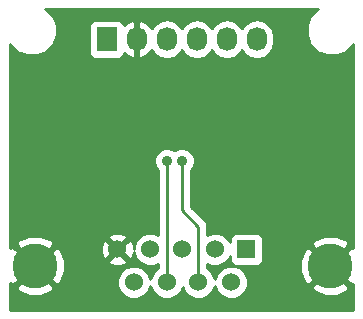
<source format=gbr>
G04 #@! TF.FileFunction,Copper,L2,Bot,Signal*
%FSLAX46Y46*%
G04 Gerber Fmt 4.6, Leading zero omitted, Abs format (unit mm)*
G04 Created by KiCad (PCBNEW (2014-11-24 BZR 5301)-product) date Sat Mar 28 18:02:59 2015*
%MOMM*%
G01*
G04 APERTURE LIST*
%ADD10C,0.100000*%
%ADD11C,0.889000*%
%ADD12R,1.727200X2.032000*%
%ADD13O,1.727200X2.032000*%
%ADD14C,3.810000*%
%ADD15R,1.524000X1.524000*%
%ADD16C,1.524000*%
%ADD17C,0.254000*%
G04 APERTURE END LIST*
D10*
D11*
X140462000Y-86614000D03*
X146050000Y-100330000D03*
X128270000Y-105410000D03*
X147320000Y-105410000D03*
X144145000Y-105410000D03*
X146050000Y-103505000D03*
X151130000Y-92710000D03*
X146050000Y-95250000D03*
X149860000Y-93980000D03*
X146050000Y-97790000D03*
X144780000Y-96520000D03*
X148590000Y-92710000D03*
X149860000Y-91440000D03*
X148590000Y-88900000D03*
X149860000Y-87630000D03*
X147320000Y-87630000D03*
X148590000Y-86360000D03*
X130175000Y-104140000D03*
X127000000Y-99060000D03*
X127000000Y-93980000D03*
X128270000Y-92710000D03*
X127000000Y-91440000D03*
X125730000Y-92710000D03*
X127000000Y-87630000D03*
X125730000Y-88900000D03*
X125730000Y-86360000D03*
X124460000Y-87630000D03*
X134874000Y-99060000D03*
X127000000Y-96520000D03*
X134620000Y-91948000D03*
X141478000Y-91694000D03*
X139192000Y-91440000D03*
X147320000Y-96520000D03*
X125730000Y-97790000D03*
X128270000Y-97790000D03*
X132080000Y-105410000D03*
D12*
X131572000Y-83312000D03*
D13*
X134112000Y-83312000D03*
X136652000Y-83312000D03*
X139192000Y-83312000D03*
X141732000Y-83312000D03*
X144272000Y-83312000D03*
D14*
X125476000Y-102489000D03*
X150495000Y-102489000D03*
D15*
X143383000Y-101092000D03*
D16*
X140716000Y-101092000D03*
X137922000Y-101092000D03*
X135255000Y-101092000D03*
X132461000Y-101092000D03*
X142113000Y-103886000D03*
X139319000Y-103886000D03*
X136652000Y-103886000D03*
X133858000Y-103886000D03*
D11*
X134747000Y-87757000D03*
X143256000Y-91186000D03*
X132588000Y-91186000D03*
X133223000Y-87757000D03*
X137922000Y-93599000D03*
X136652000Y-93599000D03*
D17*
X139319000Y-99187000D02*
X139319000Y-103886000D01*
X137922000Y-97790000D02*
X139319000Y-99187000D01*
X137922000Y-93599000D02*
X137922000Y-97790000D01*
X136652000Y-103886000D02*
X136652000Y-93599000D01*
G36*
X152452000Y-106224000D02*
X152121835Y-106224000D01*
X152121835Y-104295440D01*
X150495000Y-102668605D01*
X150315395Y-102848210D01*
X150315395Y-102489000D01*
X148688560Y-100862165D01*
X148327711Y-101071353D01*
X147950176Y-102008650D01*
X147960067Y-103019077D01*
X148327711Y-103906647D01*
X148688560Y-104115835D01*
X150315395Y-102489000D01*
X150315395Y-102848210D01*
X148868165Y-104295440D01*
X149077353Y-104656289D01*
X150014650Y-105033824D01*
X151025077Y-105023933D01*
X151912647Y-104656289D01*
X152121835Y-104295440D01*
X152121835Y-106224000D01*
X145770600Y-106224000D01*
X145770600Y-83496745D01*
X145770600Y-83127255D01*
X145656526Y-82553766D01*
X145331670Y-82067585D01*
X144845489Y-81742729D01*
X144272000Y-81628655D01*
X143698511Y-81742729D01*
X143212330Y-82067585D01*
X143002000Y-82382365D01*
X142791670Y-82067585D01*
X142305489Y-81742729D01*
X141732000Y-81628655D01*
X141158511Y-81742729D01*
X140672330Y-82067585D01*
X140462000Y-82382365D01*
X140251670Y-82067585D01*
X139765489Y-81742729D01*
X139192000Y-81628655D01*
X138618511Y-81742729D01*
X138132330Y-82067585D01*
X137922000Y-82382365D01*
X137711670Y-82067585D01*
X137225489Y-81742729D01*
X136652000Y-81628655D01*
X136078511Y-81742729D01*
X135592330Y-82067585D01*
X135385539Y-82377069D01*
X135014036Y-81961268D01*
X134486791Y-81707291D01*
X134471026Y-81704642D01*
X134239000Y-81825783D01*
X134239000Y-83185000D01*
X134259000Y-83185000D01*
X134259000Y-83439000D01*
X134239000Y-83439000D01*
X134239000Y-84798217D01*
X134471026Y-84919358D01*
X134486791Y-84916709D01*
X135014036Y-84662732D01*
X135385539Y-84246930D01*
X135592330Y-84556415D01*
X136078511Y-84881271D01*
X136652000Y-84995345D01*
X137225489Y-84881271D01*
X137711670Y-84556415D01*
X137922000Y-84241634D01*
X138132330Y-84556415D01*
X138618511Y-84881271D01*
X139192000Y-84995345D01*
X139765489Y-84881271D01*
X140251670Y-84556415D01*
X140462000Y-84241634D01*
X140672330Y-84556415D01*
X141158511Y-84881271D01*
X141732000Y-84995345D01*
X142305489Y-84881271D01*
X142791670Y-84556415D01*
X143002000Y-84241634D01*
X143212330Y-84556415D01*
X143698511Y-84881271D01*
X144272000Y-84995345D01*
X144845489Y-84881271D01*
X145331670Y-84556415D01*
X145656526Y-84070234D01*
X145770600Y-83496745D01*
X145770600Y-106224000D01*
X144780000Y-106224000D01*
X144780000Y-101980310D01*
X144780000Y-101727691D01*
X144780000Y-100203691D01*
X144683327Y-99970302D01*
X144504699Y-99791673D01*
X144271310Y-99695000D01*
X144018691Y-99695000D01*
X142494691Y-99695000D01*
X142261302Y-99791673D01*
X142082673Y-99970301D01*
X141986000Y-100203690D01*
X141986000Y-100456309D01*
X141986000Y-100507389D01*
X141901010Y-100301697D01*
X141508370Y-99908371D01*
X140995100Y-99695243D01*
X140439339Y-99694758D01*
X140081000Y-99842820D01*
X140081000Y-99187000D01*
X140022996Y-98895395D01*
X139857815Y-98648185D01*
X139857815Y-98648184D01*
X138684000Y-97474369D01*
X138684000Y-94363641D01*
X138836622Y-94211286D01*
X139001313Y-93814668D01*
X139001687Y-93385216D01*
X138837689Y-92988311D01*
X138534286Y-92684378D01*
X138137668Y-92519687D01*
X137708216Y-92519313D01*
X137311311Y-92683311D01*
X137287223Y-92707356D01*
X137264286Y-92684378D01*
X136867668Y-92519687D01*
X136438216Y-92519313D01*
X136041311Y-92683311D01*
X135737378Y-92986714D01*
X135572687Y-93383332D01*
X135572313Y-93812784D01*
X135736311Y-94209689D01*
X135890000Y-94363646D01*
X135890000Y-99843025D01*
X135534100Y-99695243D01*
X134978339Y-99694758D01*
X134464697Y-99906990D01*
X134071371Y-100299630D01*
X133985000Y-100507634D01*
X133985000Y-84798217D01*
X133985000Y-83439000D01*
X133965000Y-83439000D01*
X133965000Y-83185000D01*
X133985000Y-83185000D01*
X133985000Y-81825783D01*
X133752974Y-81704642D01*
X133737209Y-81707291D01*
X133209964Y-81961268D01*
X133055758Y-82133860D01*
X132973927Y-81936302D01*
X132795299Y-81757673D01*
X132561910Y-81661000D01*
X132309291Y-81661000D01*
X130582091Y-81661000D01*
X130348702Y-81757673D01*
X130170073Y-81936301D01*
X130073400Y-82169690D01*
X130073400Y-82422309D01*
X130073400Y-84454309D01*
X130170073Y-84687698D01*
X130348701Y-84866327D01*
X130582090Y-84963000D01*
X130834709Y-84963000D01*
X132561909Y-84963000D01*
X132795298Y-84866327D01*
X132973927Y-84687699D01*
X133055758Y-84490139D01*
X133209964Y-84662732D01*
X133737209Y-84916709D01*
X133752974Y-84919358D01*
X133985000Y-84798217D01*
X133985000Y-100507634D01*
X133858243Y-100812900D01*
X133858029Y-101057656D01*
X133842362Y-100744632D01*
X133683397Y-100360857D01*
X133441213Y-100291392D01*
X133261608Y-100470997D01*
X133261608Y-100111787D01*
X133192143Y-99869603D01*
X132668698Y-99682856D01*
X132113632Y-99710638D01*
X131729857Y-99869603D01*
X131660392Y-100111787D01*
X132461000Y-100912395D01*
X133261608Y-100111787D01*
X133261608Y-100470997D01*
X132640605Y-101092000D01*
X133441213Y-101892608D01*
X133683397Y-101823143D01*
X133857787Y-101334331D01*
X133857758Y-101368661D01*
X134069990Y-101882303D01*
X134462630Y-102275629D01*
X134975900Y-102488757D01*
X135531661Y-102489242D01*
X135890000Y-102341179D01*
X135890000Y-102689295D01*
X135861697Y-102700990D01*
X135468371Y-103093630D01*
X135255243Y-103606900D01*
X135255240Y-103609336D01*
X135043010Y-103095697D01*
X134650370Y-102702371D01*
X134137100Y-102489243D01*
X133581339Y-102488758D01*
X133261608Y-102620867D01*
X133261608Y-102072213D01*
X132461000Y-101271605D01*
X132281395Y-101451210D01*
X132281395Y-101092000D01*
X131480787Y-100291392D01*
X131238603Y-100360857D01*
X131051856Y-100884302D01*
X131079638Y-101439368D01*
X131238603Y-101823143D01*
X131480787Y-101892608D01*
X132281395Y-101092000D01*
X132281395Y-101451210D01*
X131660392Y-102072213D01*
X131729857Y-102314397D01*
X132253302Y-102501144D01*
X132808368Y-102473362D01*
X133192143Y-102314397D01*
X133261608Y-102072213D01*
X133261608Y-102620867D01*
X133067697Y-102700990D01*
X132674371Y-103093630D01*
X132461243Y-103606900D01*
X132460758Y-104162661D01*
X132672990Y-104676303D01*
X133065630Y-105069629D01*
X133578900Y-105282757D01*
X134134661Y-105283242D01*
X134648303Y-105071010D01*
X135041629Y-104678370D01*
X135254757Y-104165100D01*
X135254759Y-104162663D01*
X135466990Y-104676303D01*
X135859630Y-105069629D01*
X136372900Y-105282757D01*
X136928661Y-105283242D01*
X137442303Y-105071010D01*
X137835629Y-104678370D01*
X137985605Y-104317185D01*
X138133990Y-104676303D01*
X138526630Y-105069629D01*
X139039900Y-105282757D01*
X139595661Y-105283242D01*
X140109303Y-105071010D01*
X140502629Y-104678370D01*
X140715757Y-104165100D01*
X140715759Y-104162663D01*
X140927990Y-104676303D01*
X141320630Y-105069629D01*
X141833900Y-105282757D01*
X142389661Y-105283242D01*
X142903303Y-105071010D01*
X143296629Y-104678370D01*
X143509757Y-104165100D01*
X143510242Y-103609339D01*
X143298010Y-103095697D01*
X142905370Y-102702371D01*
X142392100Y-102489243D01*
X141836339Y-102488758D01*
X141322697Y-102700990D01*
X140929371Y-103093630D01*
X140716243Y-103606900D01*
X140716240Y-103609336D01*
X140504010Y-103095697D01*
X140111370Y-102702371D01*
X140081000Y-102689760D01*
X140081000Y-102340974D01*
X140436900Y-102488757D01*
X140992661Y-102489242D01*
X141506303Y-102277010D01*
X141899629Y-101884370D01*
X141986000Y-101676365D01*
X141986000Y-101980309D01*
X142082673Y-102213698D01*
X142261301Y-102392327D01*
X142494690Y-102489000D01*
X142747309Y-102489000D01*
X144271309Y-102489000D01*
X144504698Y-102392327D01*
X144683327Y-102213699D01*
X144780000Y-101980310D01*
X144780000Y-106224000D01*
X128020824Y-106224000D01*
X128020824Y-102969350D01*
X128010933Y-101958923D01*
X127643289Y-101071353D01*
X127282440Y-100862165D01*
X127102835Y-101041770D01*
X127102835Y-100682560D01*
X126893647Y-100321711D01*
X125956350Y-99944176D01*
X124945923Y-99954067D01*
X124058353Y-100321711D01*
X123849165Y-100682560D01*
X125476000Y-102309395D01*
X127102835Y-100682560D01*
X127102835Y-101041770D01*
X125655605Y-102489000D01*
X127282440Y-104115835D01*
X127643289Y-103906647D01*
X128020824Y-102969350D01*
X128020824Y-106224000D01*
X127102835Y-106224000D01*
X127102835Y-104295440D01*
X125476000Y-102668605D01*
X123849165Y-104295440D01*
X124058353Y-104656289D01*
X124995650Y-105033824D01*
X126006077Y-105023933D01*
X126893647Y-104656289D01*
X127102835Y-104295440D01*
X127102835Y-106224000D01*
X123392000Y-106224000D01*
X123392000Y-103954930D01*
X123669560Y-104115835D01*
X125296395Y-102489000D01*
X123669560Y-100862165D01*
X123392000Y-101023069D01*
X123392000Y-83711525D01*
X123411090Y-83757727D01*
X124011114Y-84358800D01*
X124795485Y-84684499D01*
X125644789Y-84685240D01*
X126429727Y-84360910D01*
X127030800Y-83760886D01*
X127356499Y-82976515D01*
X127357240Y-82127211D01*
X127032910Y-81342273D01*
X126432886Y-80741200D01*
X126381830Y-80720000D01*
X149460474Y-80720000D01*
X149414273Y-80739090D01*
X148813200Y-81339114D01*
X148487501Y-82123485D01*
X148486760Y-82972789D01*
X148811090Y-83757727D01*
X149411114Y-84358800D01*
X150195485Y-84684499D01*
X151044789Y-84685240D01*
X151829727Y-84360910D01*
X152430800Y-83760886D01*
X152452000Y-83709830D01*
X152452000Y-100949446D01*
X152301440Y-100862165D01*
X152121835Y-101041770D01*
X152121835Y-100682560D01*
X151912647Y-100321711D01*
X150975350Y-99944176D01*
X149964923Y-99954067D01*
X149077353Y-100321711D01*
X148868165Y-100682560D01*
X150495000Y-102309395D01*
X152121835Y-100682560D01*
X152121835Y-101041770D01*
X150674605Y-102489000D01*
X152301440Y-104115835D01*
X152452000Y-104028553D01*
X152452000Y-106224000D01*
X152452000Y-106224000D01*
G37*
X152452000Y-106224000D02*
X152121835Y-106224000D01*
X152121835Y-104295440D01*
X150495000Y-102668605D01*
X150315395Y-102848210D01*
X150315395Y-102489000D01*
X148688560Y-100862165D01*
X148327711Y-101071353D01*
X147950176Y-102008650D01*
X147960067Y-103019077D01*
X148327711Y-103906647D01*
X148688560Y-104115835D01*
X150315395Y-102489000D01*
X150315395Y-102848210D01*
X148868165Y-104295440D01*
X149077353Y-104656289D01*
X150014650Y-105033824D01*
X151025077Y-105023933D01*
X151912647Y-104656289D01*
X152121835Y-104295440D01*
X152121835Y-106224000D01*
X145770600Y-106224000D01*
X145770600Y-83496745D01*
X145770600Y-83127255D01*
X145656526Y-82553766D01*
X145331670Y-82067585D01*
X144845489Y-81742729D01*
X144272000Y-81628655D01*
X143698511Y-81742729D01*
X143212330Y-82067585D01*
X143002000Y-82382365D01*
X142791670Y-82067585D01*
X142305489Y-81742729D01*
X141732000Y-81628655D01*
X141158511Y-81742729D01*
X140672330Y-82067585D01*
X140462000Y-82382365D01*
X140251670Y-82067585D01*
X139765489Y-81742729D01*
X139192000Y-81628655D01*
X138618511Y-81742729D01*
X138132330Y-82067585D01*
X137922000Y-82382365D01*
X137711670Y-82067585D01*
X137225489Y-81742729D01*
X136652000Y-81628655D01*
X136078511Y-81742729D01*
X135592330Y-82067585D01*
X135385539Y-82377069D01*
X135014036Y-81961268D01*
X134486791Y-81707291D01*
X134471026Y-81704642D01*
X134239000Y-81825783D01*
X134239000Y-83185000D01*
X134259000Y-83185000D01*
X134259000Y-83439000D01*
X134239000Y-83439000D01*
X134239000Y-84798217D01*
X134471026Y-84919358D01*
X134486791Y-84916709D01*
X135014036Y-84662732D01*
X135385539Y-84246930D01*
X135592330Y-84556415D01*
X136078511Y-84881271D01*
X136652000Y-84995345D01*
X137225489Y-84881271D01*
X137711670Y-84556415D01*
X137922000Y-84241634D01*
X138132330Y-84556415D01*
X138618511Y-84881271D01*
X139192000Y-84995345D01*
X139765489Y-84881271D01*
X140251670Y-84556415D01*
X140462000Y-84241634D01*
X140672330Y-84556415D01*
X141158511Y-84881271D01*
X141732000Y-84995345D01*
X142305489Y-84881271D01*
X142791670Y-84556415D01*
X143002000Y-84241634D01*
X143212330Y-84556415D01*
X143698511Y-84881271D01*
X144272000Y-84995345D01*
X144845489Y-84881271D01*
X145331670Y-84556415D01*
X145656526Y-84070234D01*
X145770600Y-83496745D01*
X145770600Y-106224000D01*
X144780000Y-106224000D01*
X144780000Y-101980310D01*
X144780000Y-101727691D01*
X144780000Y-100203691D01*
X144683327Y-99970302D01*
X144504699Y-99791673D01*
X144271310Y-99695000D01*
X144018691Y-99695000D01*
X142494691Y-99695000D01*
X142261302Y-99791673D01*
X142082673Y-99970301D01*
X141986000Y-100203690D01*
X141986000Y-100456309D01*
X141986000Y-100507389D01*
X141901010Y-100301697D01*
X141508370Y-99908371D01*
X140995100Y-99695243D01*
X140439339Y-99694758D01*
X140081000Y-99842820D01*
X140081000Y-99187000D01*
X140022996Y-98895395D01*
X139857815Y-98648185D01*
X139857815Y-98648184D01*
X138684000Y-97474369D01*
X138684000Y-94363641D01*
X138836622Y-94211286D01*
X139001313Y-93814668D01*
X139001687Y-93385216D01*
X138837689Y-92988311D01*
X138534286Y-92684378D01*
X138137668Y-92519687D01*
X137708216Y-92519313D01*
X137311311Y-92683311D01*
X137287223Y-92707356D01*
X137264286Y-92684378D01*
X136867668Y-92519687D01*
X136438216Y-92519313D01*
X136041311Y-92683311D01*
X135737378Y-92986714D01*
X135572687Y-93383332D01*
X135572313Y-93812784D01*
X135736311Y-94209689D01*
X135890000Y-94363646D01*
X135890000Y-99843025D01*
X135534100Y-99695243D01*
X134978339Y-99694758D01*
X134464697Y-99906990D01*
X134071371Y-100299630D01*
X133985000Y-100507634D01*
X133985000Y-84798217D01*
X133985000Y-83439000D01*
X133965000Y-83439000D01*
X133965000Y-83185000D01*
X133985000Y-83185000D01*
X133985000Y-81825783D01*
X133752974Y-81704642D01*
X133737209Y-81707291D01*
X133209964Y-81961268D01*
X133055758Y-82133860D01*
X132973927Y-81936302D01*
X132795299Y-81757673D01*
X132561910Y-81661000D01*
X132309291Y-81661000D01*
X130582091Y-81661000D01*
X130348702Y-81757673D01*
X130170073Y-81936301D01*
X130073400Y-82169690D01*
X130073400Y-82422309D01*
X130073400Y-84454309D01*
X130170073Y-84687698D01*
X130348701Y-84866327D01*
X130582090Y-84963000D01*
X130834709Y-84963000D01*
X132561909Y-84963000D01*
X132795298Y-84866327D01*
X132973927Y-84687699D01*
X133055758Y-84490139D01*
X133209964Y-84662732D01*
X133737209Y-84916709D01*
X133752974Y-84919358D01*
X133985000Y-84798217D01*
X133985000Y-100507634D01*
X133858243Y-100812900D01*
X133858029Y-101057656D01*
X133842362Y-100744632D01*
X133683397Y-100360857D01*
X133441213Y-100291392D01*
X133261608Y-100470997D01*
X133261608Y-100111787D01*
X133192143Y-99869603D01*
X132668698Y-99682856D01*
X132113632Y-99710638D01*
X131729857Y-99869603D01*
X131660392Y-100111787D01*
X132461000Y-100912395D01*
X133261608Y-100111787D01*
X133261608Y-100470997D01*
X132640605Y-101092000D01*
X133441213Y-101892608D01*
X133683397Y-101823143D01*
X133857787Y-101334331D01*
X133857758Y-101368661D01*
X134069990Y-101882303D01*
X134462630Y-102275629D01*
X134975900Y-102488757D01*
X135531661Y-102489242D01*
X135890000Y-102341179D01*
X135890000Y-102689295D01*
X135861697Y-102700990D01*
X135468371Y-103093630D01*
X135255243Y-103606900D01*
X135255240Y-103609336D01*
X135043010Y-103095697D01*
X134650370Y-102702371D01*
X134137100Y-102489243D01*
X133581339Y-102488758D01*
X133261608Y-102620867D01*
X133261608Y-102072213D01*
X132461000Y-101271605D01*
X132281395Y-101451210D01*
X132281395Y-101092000D01*
X131480787Y-100291392D01*
X131238603Y-100360857D01*
X131051856Y-100884302D01*
X131079638Y-101439368D01*
X131238603Y-101823143D01*
X131480787Y-101892608D01*
X132281395Y-101092000D01*
X132281395Y-101451210D01*
X131660392Y-102072213D01*
X131729857Y-102314397D01*
X132253302Y-102501144D01*
X132808368Y-102473362D01*
X133192143Y-102314397D01*
X133261608Y-102072213D01*
X133261608Y-102620867D01*
X133067697Y-102700990D01*
X132674371Y-103093630D01*
X132461243Y-103606900D01*
X132460758Y-104162661D01*
X132672990Y-104676303D01*
X133065630Y-105069629D01*
X133578900Y-105282757D01*
X134134661Y-105283242D01*
X134648303Y-105071010D01*
X135041629Y-104678370D01*
X135254757Y-104165100D01*
X135254759Y-104162663D01*
X135466990Y-104676303D01*
X135859630Y-105069629D01*
X136372900Y-105282757D01*
X136928661Y-105283242D01*
X137442303Y-105071010D01*
X137835629Y-104678370D01*
X137985605Y-104317185D01*
X138133990Y-104676303D01*
X138526630Y-105069629D01*
X139039900Y-105282757D01*
X139595661Y-105283242D01*
X140109303Y-105071010D01*
X140502629Y-104678370D01*
X140715757Y-104165100D01*
X140715759Y-104162663D01*
X140927990Y-104676303D01*
X141320630Y-105069629D01*
X141833900Y-105282757D01*
X142389661Y-105283242D01*
X142903303Y-105071010D01*
X143296629Y-104678370D01*
X143509757Y-104165100D01*
X143510242Y-103609339D01*
X143298010Y-103095697D01*
X142905370Y-102702371D01*
X142392100Y-102489243D01*
X141836339Y-102488758D01*
X141322697Y-102700990D01*
X140929371Y-103093630D01*
X140716243Y-103606900D01*
X140716240Y-103609336D01*
X140504010Y-103095697D01*
X140111370Y-102702371D01*
X140081000Y-102689760D01*
X140081000Y-102340974D01*
X140436900Y-102488757D01*
X140992661Y-102489242D01*
X141506303Y-102277010D01*
X141899629Y-101884370D01*
X141986000Y-101676365D01*
X141986000Y-101980309D01*
X142082673Y-102213698D01*
X142261301Y-102392327D01*
X142494690Y-102489000D01*
X142747309Y-102489000D01*
X144271309Y-102489000D01*
X144504698Y-102392327D01*
X144683327Y-102213699D01*
X144780000Y-101980310D01*
X144780000Y-106224000D01*
X128020824Y-106224000D01*
X128020824Y-102969350D01*
X128010933Y-101958923D01*
X127643289Y-101071353D01*
X127282440Y-100862165D01*
X127102835Y-101041770D01*
X127102835Y-100682560D01*
X126893647Y-100321711D01*
X125956350Y-99944176D01*
X124945923Y-99954067D01*
X124058353Y-100321711D01*
X123849165Y-100682560D01*
X125476000Y-102309395D01*
X127102835Y-100682560D01*
X127102835Y-101041770D01*
X125655605Y-102489000D01*
X127282440Y-104115835D01*
X127643289Y-103906647D01*
X128020824Y-102969350D01*
X128020824Y-106224000D01*
X127102835Y-106224000D01*
X127102835Y-104295440D01*
X125476000Y-102668605D01*
X123849165Y-104295440D01*
X124058353Y-104656289D01*
X124995650Y-105033824D01*
X126006077Y-105023933D01*
X126893647Y-104656289D01*
X127102835Y-104295440D01*
X127102835Y-106224000D01*
X123392000Y-106224000D01*
X123392000Y-103954930D01*
X123669560Y-104115835D01*
X125296395Y-102489000D01*
X123669560Y-100862165D01*
X123392000Y-101023069D01*
X123392000Y-83711525D01*
X123411090Y-83757727D01*
X124011114Y-84358800D01*
X124795485Y-84684499D01*
X125644789Y-84685240D01*
X126429727Y-84360910D01*
X127030800Y-83760886D01*
X127356499Y-82976515D01*
X127357240Y-82127211D01*
X127032910Y-81342273D01*
X126432886Y-80741200D01*
X126381830Y-80720000D01*
X149460474Y-80720000D01*
X149414273Y-80739090D01*
X148813200Y-81339114D01*
X148487501Y-82123485D01*
X148486760Y-82972789D01*
X148811090Y-83757727D01*
X149411114Y-84358800D01*
X150195485Y-84684499D01*
X151044789Y-84685240D01*
X151829727Y-84360910D01*
X152430800Y-83760886D01*
X152452000Y-83709830D01*
X152452000Y-100949446D01*
X152301440Y-100862165D01*
X152121835Y-101041770D01*
X152121835Y-100682560D01*
X151912647Y-100321711D01*
X150975350Y-99944176D01*
X149964923Y-99954067D01*
X149077353Y-100321711D01*
X148868165Y-100682560D01*
X150495000Y-102309395D01*
X152121835Y-100682560D01*
X152121835Y-101041770D01*
X150674605Y-102489000D01*
X152301440Y-104115835D01*
X152452000Y-104028553D01*
X152452000Y-106224000D01*
M02*

</source>
